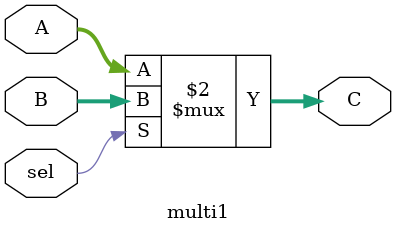
<source format=v>
`timescale 1ns/1ns 
module multi1(
    //entradas 
    input [31:0]A,
    input[31:0]B,
    input sel,
    //salidas 
    output reg[31:0]C
);
//Asignaciones, instancias, bloques secuenciales*
always @* C <= (sel) ? B : A;
endmodule 

</source>
